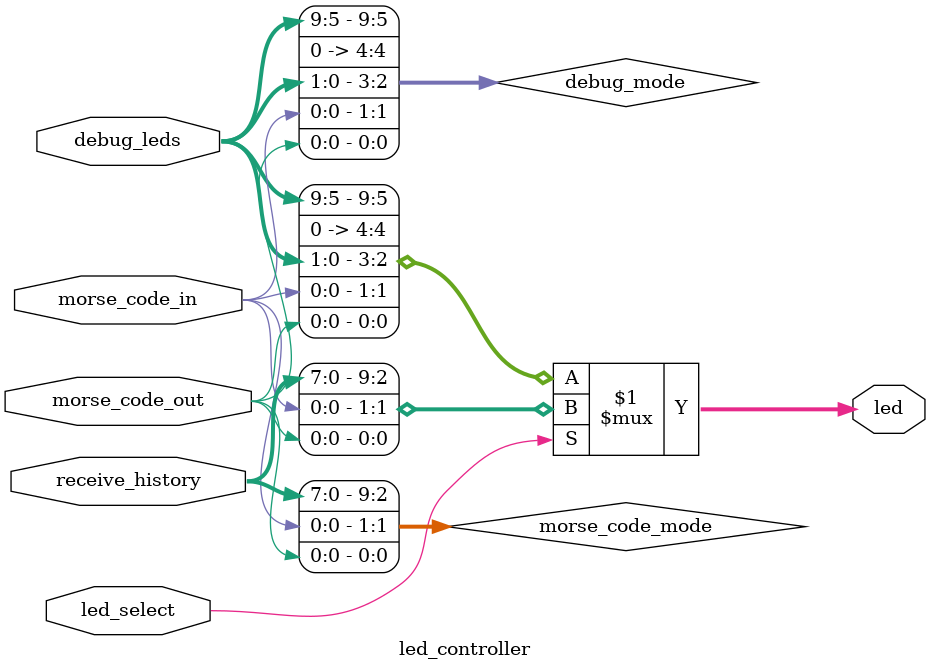
<source format=v>
module led_controller
(
	input  [9:0] debug_leds,
	input  [7:0] receive_history,
	input  morse_code_in,
	input  morse_code_out,
	input  led_select,
	output [9:0] led
);

wire [9:0] debug_mode;
wire [9:0] morse_code_mode;

//debug_leds[9:5] opcode
//debug_leds[1:0] halted, fault
assign debug_mode = {debug_leds[9:5],1'b0,debug_leds[1:0],morse_code_in,morse_code_out};
assign morse_code_mode = {receive_history,morse_code_in,morse_code_out};

assign led = led_select ? morse_code_mode : debug_mode;

endmodule
</source>
